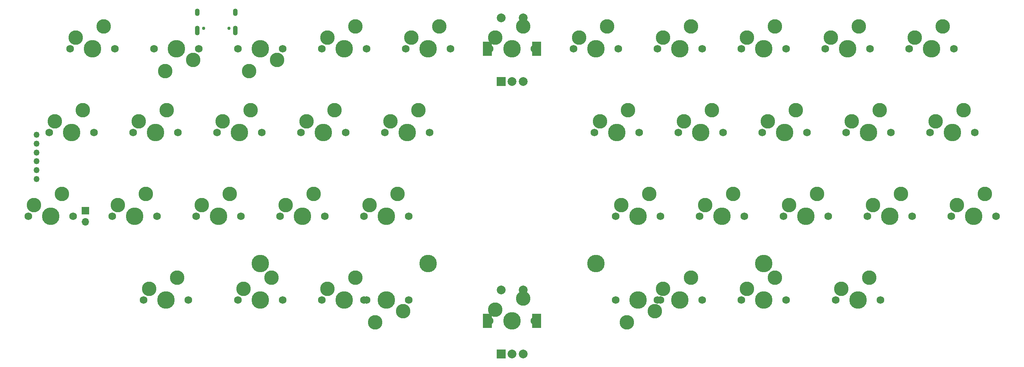
<source format=gbr>
%TF.GenerationSoftware,KiCad,Pcbnew,(7.0.0)*%
%TF.CreationDate,2023-12-26T01:15:31+01:00*%
%TF.ProjectId,Infernum HS,496e6665-726e-4756-9d20-48532e6b6963,rev?*%
%TF.SameCoordinates,Original*%
%TF.FileFunction,Soldermask,Top*%
%TF.FilePolarity,Negative*%
%FSLAX46Y46*%
G04 Gerber Fmt 4.6, Leading zero omitted, Abs format (unit mm)*
G04 Created by KiCad (PCBNEW (7.0.0)) date 2023-12-26 01:15:31*
%MOMM*%
%LPD*%
G01*
G04 APERTURE LIST*
%ADD10R,2.000000X2.000000*%
%ADD11C,2.000000*%
%ADD12R,2.000000X3.200000*%
%ADD13C,3.987800*%
%ADD14O,1.350000X1.350000*%
%ADD15C,1.750000*%
%ADD16C,3.300000*%
%ADD17R,1.700000X1.700000*%
%ADD18O,1.700000X1.700000*%
%ADD19C,0.750000*%
%ADD20O,1.100000X1.700000*%
%ADD21O,1.100000X2.200000*%
G04 APERTURE END LIST*
D10*
%TO.C,SW1*%
X155456249Y-99574999D03*
D11*
X160456250Y-99575000D03*
X157956250Y-99575000D03*
D12*
X152356249Y-92074999D03*
X163556249Y-92074999D03*
D11*
X160456250Y-85075000D03*
X155456250Y-85075000D03*
%TD*%
D10*
%TO.C,SW2*%
X155456249Y-161487499D03*
D11*
X160456250Y-161487500D03*
X157956250Y-161487500D03*
D12*
X152356249Y-153987499D03*
X163556249Y-153987499D03*
D11*
X160456250Y-146987500D03*
X155456250Y-146987500D03*
%TD*%
D13*
%TO.C,S4*%
X138906250Y-140970000D03*
X100806250Y-140970000D03*
%TD*%
D14*
%TO.C,J1*%
X50006249Y-121681249D03*
X50006249Y-119681249D03*
X50006249Y-117681249D03*
X50006249Y-115681249D03*
X50006249Y-113681249D03*
X50006249Y-111681249D03*
%TD*%
D13*
%TO.C,S3*%
X215106250Y-140970000D03*
X177006250Y-140970000D03*
%TD*%
D15*
%TO.C,MX31*%
X267811250Y-130175000D03*
D13*
X262731250Y-130175000D03*
D15*
X257651250Y-130175000D03*
D16*
X258921250Y-127635000D03*
X265271250Y-125095000D03*
%TD*%
D15*
%TO.C,MX7*%
X182086250Y-92075000D03*
D13*
X177006250Y-92075000D03*
D15*
X171926250Y-92075000D03*
D16*
X173196250Y-89535000D03*
X179546250Y-86995000D03*
%TD*%
D15*
%TO.C,MX61*%
X181451250Y-149225000D03*
D13*
X186531250Y-149225000D03*
D15*
X191611250Y-149225000D03*
D16*
X190341250Y-151765000D03*
X183991250Y-154305000D03*
%TD*%
D15*
%TO.C,MX22*%
X58261250Y-130175000D03*
D13*
X53181250Y-130175000D03*
D15*
X48101250Y-130175000D03*
D16*
X49371250Y-127635000D03*
X55721250Y-125095000D03*
%TD*%
D15*
%TO.C,MX11*%
X258286250Y-92075000D03*
D13*
X253206250Y-92075000D03*
D15*
X248126250Y-92075000D03*
D16*
X249396250Y-89535000D03*
X255746250Y-86995000D03*
%TD*%
D15*
%TO.C,MX3*%
X95726250Y-92075000D03*
D13*
X100806250Y-92075000D03*
D15*
X105886250Y-92075000D03*
D16*
X104616250Y-94615000D03*
X98266250Y-97155000D03*
%TD*%
D15*
%TO.C,MX13*%
X82073750Y-111125000D03*
D13*
X76993750Y-111125000D03*
D15*
X71913750Y-111125000D03*
D16*
X73183750Y-108585000D03*
X79533750Y-106045000D03*
%TD*%
D15*
%TO.C,MX23*%
X77311250Y-130175000D03*
D13*
X72231250Y-130175000D03*
D15*
X67151250Y-130175000D03*
D16*
X68421250Y-127635000D03*
X74771250Y-125095000D03*
%TD*%
D15*
%TO.C,MX20*%
X243998750Y-111125000D03*
D13*
X238918750Y-111125000D03*
D15*
X233838750Y-111125000D03*
D16*
X235108750Y-108585000D03*
X241458750Y-106045000D03*
%TD*%
D15*
%TO.C,MX12*%
X63023750Y-111125000D03*
D13*
X57943750Y-111125000D03*
D15*
X52863750Y-111125000D03*
D16*
X54133750Y-108585000D03*
X60483750Y-106045000D03*
%TD*%
D15*
%TO.C,MX9*%
X220186250Y-92075000D03*
D13*
X215106250Y-92075000D03*
D15*
X210026250Y-92075000D03*
D16*
X211296250Y-89535000D03*
X217646250Y-86995000D03*
%TD*%
D15*
%TO.C,MX2*%
X76676250Y-92075000D03*
D13*
X81756250Y-92075000D03*
D15*
X86836250Y-92075000D03*
D16*
X85566250Y-94615000D03*
X79216250Y-97155000D03*
%TD*%
D15*
%TO.C,MX4*%
X124936250Y-92075000D03*
D13*
X119856250Y-92075000D03*
D15*
X114776250Y-92075000D03*
D16*
X116046250Y-89535000D03*
X122396250Y-86995000D03*
%TD*%
D15*
%TO.C,MX29*%
X229711250Y-130175000D03*
D13*
X224631250Y-130175000D03*
D15*
X219551250Y-130175000D03*
D16*
X220821250Y-127635000D03*
X227171250Y-125095000D03*
%TD*%
D15*
%TO.C,MX8*%
X201136250Y-92075000D03*
D13*
X196056250Y-92075000D03*
D15*
X190976250Y-92075000D03*
D16*
X192246250Y-89535000D03*
X198596250Y-86995000D03*
%TD*%
D15*
%TO.C,MX59*%
X124301250Y-149225000D03*
D13*
X129381250Y-149225000D03*
D15*
X134461250Y-149225000D03*
D16*
X133191250Y-151765000D03*
X126841250Y-154305000D03*
%TD*%
D15*
%TO.C,MX57*%
X84455000Y-149225000D03*
D13*
X79375000Y-149225000D03*
D15*
X74295000Y-149225000D03*
D16*
X75565000Y-146685000D03*
X81915000Y-144145000D03*
%TD*%
D15*
%TO.C,MX24*%
X96361250Y-130175000D03*
D13*
X91281250Y-130175000D03*
D15*
X86201250Y-130175000D03*
D16*
X87471250Y-127635000D03*
X93821250Y-125095000D03*
%TD*%
D15*
%TO.C,MX28*%
X210661250Y-130175000D03*
D13*
X205581250Y-130175000D03*
D15*
X200501250Y-130175000D03*
D16*
X201771250Y-127635000D03*
X208121250Y-125095000D03*
%TD*%
D15*
%TO.C,MX5*%
X143986250Y-92075000D03*
D13*
X138906250Y-92075000D03*
D15*
X133826250Y-92075000D03*
D16*
X135096250Y-89535000D03*
X141446250Y-86995000D03*
%TD*%
D15*
%TO.C,MX25*%
X115411250Y-130175000D03*
D13*
X110331250Y-130175000D03*
D15*
X105251250Y-130175000D03*
D16*
X106521250Y-127635000D03*
X112871250Y-125095000D03*
%TD*%
D15*
%TO.C,MX21*%
X263048750Y-111125000D03*
D13*
X257968750Y-111125000D03*
D15*
X252888750Y-111125000D03*
D16*
X254158750Y-108585000D03*
X260508750Y-106045000D03*
%TD*%
D15*
%TO.C,MX19*%
X224948750Y-111125000D03*
D13*
X219868750Y-111125000D03*
D15*
X214788750Y-111125000D03*
D16*
X216058750Y-108585000D03*
X222408750Y-106045000D03*
%TD*%
D15*
%TO.C,MX17*%
X186848750Y-111125000D03*
D13*
X181768750Y-111125000D03*
D15*
X176688750Y-111125000D03*
D16*
X177958750Y-108585000D03*
X184308750Y-106045000D03*
%TD*%
D15*
%TO.C,MX15*%
X120173750Y-111125000D03*
D13*
X115093750Y-111125000D03*
D15*
X110013750Y-111125000D03*
D16*
X111283750Y-108585000D03*
X117633750Y-106045000D03*
%TD*%
D15*
%TO.C,MX60*%
X124936250Y-149225000D03*
D13*
X119856250Y-149225000D03*
D15*
X114776250Y-149225000D03*
D16*
X116046250Y-146685000D03*
X122396250Y-144145000D03*
%TD*%
D15*
%TO.C,MX62*%
X201136250Y-149225000D03*
D13*
X196056250Y-149225000D03*
D15*
X190976250Y-149225000D03*
D16*
X192246250Y-146685000D03*
X198596250Y-144145000D03*
%TD*%
D15*
%TO.C,MX10*%
X239236250Y-92075000D03*
D13*
X234156250Y-92075000D03*
D15*
X229076250Y-92075000D03*
D16*
X230346250Y-89535000D03*
X236696250Y-86995000D03*
%TD*%
D15*
%TO.C,MX18*%
X205898750Y-111125000D03*
D13*
X200818750Y-111125000D03*
D15*
X195738750Y-111125000D03*
D16*
X197008750Y-108585000D03*
X203358750Y-106045000D03*
%TD*%
D17*
%TO.C,SW5*%
X61093749Y-128924999D03*
D18*
X61093749Y-131464999D03*
%TD*%
D15*
%TO.C,MX35*%
X163036250Y-153987500D03*
D13*
X157956250Y-153987500D03*
D15*
X152876250Y-153987500D03*
D16*
X154146250Y-151447500D03*
X160496250Y-148907500D03*
%TD*%
D15*
%TO.C,MX1*%
X67786250Y-92075000D03*
D13*
X62706250Y-92075000D03*
D15*
X57626250Y-92075000D03*
D16*
X58896250Y-89535000D03*
X65246250Y-86995000D03*
%TD*%
D19*
%TO.C,USB1*%
X87889600Y-87428400D03*
X93669600Y-87428400D03*
D20*
X86459599Y-83778399D03*
D21*
X86459599Y-87958399D03*
D20*
X95099599Y-83778399D03*
D21*
X95099599Y-87958399D03*
%TD*%
D15*
%TO.C,MX56*%
X220186250Y-149225000D03*
D13*
X215106250Y-149225000D03*
D15*
X210026250Y-149225000D03*
D16*
X211296250Y-146685000D03*
X217646250Y-144145000D03*
%TD*%
D15*
%TO.C,MX27*%
X191611250Y-130175000D03*
D13*
X186531250Y-130175000D03*
D15*
X181451250Y-130175000D03*
D16*
X182721250Y-127635000D03*
X189071250Y-125095000D03*
%TD*%
D15*
%TO.C,MX55*%
X105886250Y-149225000D03*
D13*
X100806250Y-149225000D03*
D15*
X95726250Y-149225000D03*
D16*
X96996250Y-146685000D03*
X103346250Y-144145000D03*
%TD*%
D15*
%TO.C,MX16*%
X139223750Y-111125000D03*
D13*
X134143750Y-111125000D03*
D15*
X129063750Y-111125000D03*
D16*
X130333750Y-108585000D03*
X136683750Y-106045000D03*
%TD*%
D15*
%TO.C,MX30*%
X248761250Y-130175000D03*
D13*
X243681250Y-130175000D03*
D15*
X238601250Y-130175000D03*
D16*
X239871250Y-127635000D03*
X246221250Y-125095000D03*
%TD*%
D15*
%TO.C,MX26*%
X134461250Y-130175000D03*
D13*
X129381250Y-130175000D03*
D15*
X124301250Y-130175000D03*
D16*
X125571250Y-127635000D03*
X131921250Y-125095000D03*
%TD*%
D15*
%TO.C,MX14*%
X101123750Y-111125000D03*
D13*
X96043750Y-111125000D03*
D15*
X90963750Y-111125000D03*
D16*
X92233750Y-108585000D03*
X98583750Y-106045000D03*
%TD*%
D15*
%TO.C,MX58*%
X241617500Y-149225000D03*
D13*
X236537500Y-149225000D03*
D15*
X231457500Y-149225000D03*
D16*
X232727500Y-146685000D03*
X239077500Y-144145000D03*
%TD*%
D15*
%TO.C,MX6*%
X163036250Y-92075000D03*
D13*
X157956250Y-92075000D03*
D15*
X152876250Y-92075000D03*
D16*
X154146250Y-89535000D03*
X160496250Y-86995000D03*
%TD*%
M02*

</source>
